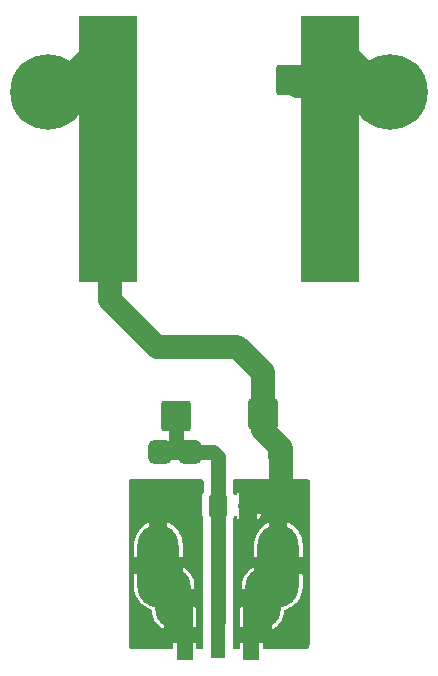
<source format=gbr>
%TF.GenerationSoftware,KiCad,Pcbnew,6.0.2+dfsg-1*%
%TF.CreationDate,2023-08-31T23:38:14+02:00*%
%TF.ProjectId,UnUn_BNC,556e556e-5f42-44e4-932e-6b696361645f,rev?*%
%TF.SameCoordinates,Original*%
%TF.FileFunction,Copper,L2,Bot*%
%TF.FilePolarity,Positive*%
%FSLAX46Y46*%
G04 Gerber Fmt 4.6, Leading zero omitted, Abs format (unit mm)*
G04 Created by KiCad (PCBNEW 6.0.2+dfsg-1) date 2023-08-31 23:38:14*
%MOMM*%
%LPD*%
G01*
G04 APERTURE LIST*
G04 Aperture macros list*
%AMRoundRect*
0 Rectangle with rounded corners*
0 $1 Rounding radius*
0 $2 $3 $4 $5 $6 $7 $8 $9 X,Y pos of 4 corners*
0 Add a 4 corners polygon primitive as box body*
4,1,4,$2,$3,$4,$5,$6,$7,$8,$9,$2,$3,0*
0 Add four circle primitives for the rounded corners*
1,1,$1+$1,$2,$3*
1,1,$1+$1,$4,$5*
1,1,$1+$1,$6,$7*
1,1,$1+$1,$8,$9*
0 Add four rect primitives between the rounded corners*
20,1,$1+$1,$2,$3,$4,$5,0*
20,1,$1+$1,$4,$5,$6,$7,0*
20,1,$1+$1,$6,$7,$8,$9,0*
20,1,$1+$1,$8,$9,$2,$3,0*%
G04 Aperture macros list end*
%TA.AperFunction,ComponentPad*%
%ADD10RoundRect,0.249999X-1.025001X-1.025001X1.025001X-1.025001X1.025001X1.025001X-1.025001X1.025001X0*%
%TD*%
%TA.AperFunction,ComponentPad*%
%ADD11RoundRect,0.250002X-1.699998X-1.699998X1.699998X-1.699998X1.699998X1.699998X-1.699998X1.699998X0*%
%TD*%
%TA.AperFunction,ComponentPad*%
%ADD12O,1.600000X2.500000*%
%TD*%
%TA.AperFunction,ComponentPad*%
%ADD13O,3.500000X7.000000*%
%TD*%
%TA.AperFunction,ComponentPad*%
%ADD14C,0.800000*%
%TD*%
%TA.AperFunction,ComponentPad*%
%ADD15C,6.400000*%
%TD*%
%TA.AperFunction,ComponentPad*%
%ADD16O,3.000000X5.000000*%
%TD*%
%TA.AperFunction,ComponentPad*%
%ADD17RoundRect,0.500000X-0.500000X-0.500000X0.500000X-0.500000X0.500000X0.500000X-0.500000X0.500000X0*%
%TD*%
%TA.AperFunction,SMDPad,CuDef*%
%ADD18R,5.000000X22.500000*%
%TD*%
%TA.AperFunction,SMDPad,CuDef*%
%ADD19R,1.270000X3.600000*%
%TD*%
%TA.AperFunction,SMDPad,CuDef*%
%ADD20R,1.350000X4.200000*%
%TD*%
%TA.AperFunction,ViaPad*%
%ADD21C,0.800000*%
%TD*%
%TA.AperFunction,Conductor*%
%ADD22C,1.300000*%
%TD*%
%TA.AperFunction,Conductor*%
%ADD23C,0.250000*%
%TD*%
%TA.AperFunction,Conductor*%
%ADD24C,2.000000*%
%TD*%
%TA.AperFunction,Conductor*%
%ADD25C,1.700000*%
%TD*%
%TA.AperFunction,Conductor*%
%ADD26C,1.000000*%
%TD*%
G04 APERTURE END LIST*
D10*
%TO.P,U2,1,a*%
%TO.N,GND*%
X121302000Y-79656000D03*
%TO.P,U2,4,b'*%
%TO.N,Net-(C1-Pad1)*%
X113902000Y-79756000D03*
%TO.P,U2,5,x*%
%TO.N,Net-(H1-Pad1)*%
X123698000Y-51308000D03*
%TD*%
D11*
%TO.P,J5,1,Pin_1*%
%TO.N,GND*%
X108204000Y-48260000D03*
%TD*%
D12*
%TO.P,J1,1,In*%
%TO.N,Net-(C1-Pad1)*%
X117525000Y-87375000D03*
D13*
%TO.P,J1,2,Ext*%
%TO.N,GND*%
X122605000Y-92455000D03*
D12*
X120065000Y-87375000D03*
D13*
X112445000Y-92455000D03*
%TD*%
D11*
%TO.P,J3,1,Pin_1*%
%TO.N,Net-(H1-Pad1)*%
X127000000Y-48260000D03*
%TD*%
D14*
%TO.P,REF\u002A\u002A,1*%
%TO.N,N/C*%
X132080000Y-49924000D03*
D15*
X132080000Y-52324000D03*
D14*
X132080000Y-54724000D03*
X133777056Y-50626944D03*
X129680000Y-52324000D03*
X130382944Y-54021056D03*
X130382944Y-50626944D03*
X134480000Y-52324000D03*
X133777056Y-54021056D03*
%TD*%
%TO.P,REF\u002A\u002A,1*%
%TO.N,N/C*%
X103124000Y-49924000D03*
X100724000Y-52324000D03*
X103124000Y-54724000D03*
D15*
%TO.N,GND*%
X103124000Y-52324000D03*
D14*
%TO.N,N/C*%
X105524000Y-52324000D03*
X104821056Y-50626944D03*
X104821056Y-54021056D03*
X101426944Y-50626944D03*
X101426944Y-54021056D03*
%TD*%
D16*
%TO.P,REF\u002A\u002A,2*%
%TO.N,GND*%
X121300000Y-95207500D03*
X113700000Y-95207500D03*
%TD*%
D17*
%TO.P,C1,1*%
%TO.N,Net-(C1-Pad1)*%
X115135000Y-82804000D03*
X112595000Y-82804000D03*
%TO.P,C1,2*%
%TO.N,GND*%
X122755000Y-82804000D03*
%TD*%
D15*
%TO.P,H1,1,1*%
%TO.N,Net-(H1-Pad1)*%
X132080000Y-52324000D03*
%TD*%
D18*
%TO.P,J4,1,Pin_1*%
%TO.N,Net-(H1-Pad1)*%
X127000000Y-57150000D03*
%TD*%
D19*
%TO.P,REF\u002A\u002A,1*%
%TO.N,Net-(C1-Pad1)*%
X117500000Y-98537500D03*
D20*
%TO.P,REF\u002A\u002A,2*%
%TO.N,GND*%
X114675000Y-98337500D03*
X120325000Y-98337500D03*
%TD*%
D18*
%TO.P,J6,1,Pin_1*%
%TO.N,GND*%
X108204000Y-57150000D03*
%TD*%
D21*
%TO.N,GND*%
X114300000Y-87630000D03*
X110490000Y-86360000D03*
X123190000Y-97790000D03*
X119380000Y-91440000D03*
X111760000Y-97790000D03*
X110490000Y-97790000D03*
X124460000Y-86360000D03*
X115570000Y-88900000D03*
X110490000Y-87630000D03*
X119380000Y-92710000D03*
X124460000Y-87630000D03*
X110490000Y-96520000D03*
X115570000Y-90170000D03*
X115570000Y-92710000D03*
X123190000Y-86360000D03*
X113030000Y-87630000D03*
X111760000Y-87630000D03*
X121920000Y-87630000D03*
X115570000Y-86360000D03*
X114300000Y-86360000D03*
X124460000Y-97790000D03*
X115570000Y-87630000D03*
X119380000Y-90170000D03*
X115570000Y-91440000D03*
X113030000Y-86360000D03*
X121920000Y-86360000D03*
X111760000Y-86360000D03*
X123190000Y-87630000D03*
X124460000Y-96520000D03*
%TD*%
D22*
%TO.N,Net-(C1-Pad1)*%
X114004000Y-82804000D02*
X112595000Y-82804000D01*
X113902000Y-79756000D02*
X113902000Y-82702000D01*
X117104000Y-82804000D02*
X117525000Y-83225000D01*
X113902000Y-82702000D02*
X114004000Y-82804000D01*
X117500000Y-97137500D02*
X117500000Y-87400000D01*
D23*
X117500000Y-87400000D02*
X117525000Y-87375000D01*
D22*
X115135000Y-82804000D02*
X114004000Y-82804000D01*
X115135000Y-82804000D02*
X117104000Y-82804000D01*
X117525000Y-83225000D02*
X117525000Y-87375000D01*
%TO.N,GND*%
X107188000Y-48260000D02*
X103124000Y-52324000D01*
X108204000Y-48260000D02*
X108204000Y-57150000D01*
D24*
X108375000Y-69950000D02*
X108375000Y-60225000D01*
X112350000Y-73925000D02*
X108375000Y-69950000D01*
D22*
X108204000Y-48260000D02*
X107188000Y-48260000D01*
D24*
X122800000Y-86500000D02*
X122800000Y-82470000D01*
D22*
X108204000Y-57150000D02*
X108204000Y-66929000D01*
X121275000Y-79050000D02*
X121675000Y-79050000D01*
D25*
X122800000Y-86500000D02*
X120940000Y-86500000D01*
D22*
X121000000Y-78775000D02*
X121275000Y-79050000D01*
D24*
X121302000Y-80972000D02*
X121302000Y-76102000D01*
D22*
X108375000Y-60225000D02*
X108650000Y-59950000D01*
D25*
X120940000Y-86500000D02*
X120065000Y-87375000D01*
D24*
X119125000Y-73925000D02*
X112350000Y-73925000D01*
X122800000Y-82470000D02*
X121302000Y-80972000D01*
X121302000Y-76102000D02*
X119125000Y-73925000D01*
%TO.N,Net-(H1-Pad1)*%
X127000000Y-51816000D02*
X124155200Y-51816000D01*
D22*
X127000000Y-48260000D02*
X128016000Y-48260000D01*
D26*
X127000000Y-51816000D02*
X127000000Y-57150000D01*
D24*
X124155200Y-51816000D02*
X123596400Y-51257200D01*
D26*
X127000000Y-57150000D02*
X127000000Y-53086000D01*
D22*
X127000000Y-48260000D02*
X127000000Y-53086000D01*
D26*
X127000000Y-66929000D02*
X127000000Y-57150000D01*
D22*
X128016000Y-48260000D02*
X132080000Y-52324000D01*
X125526800Y-55676800D02*
X127000000Y-57150000D01*
%TD*%
%TA.AperFunction,Conductor*%
%TO.N,GND*%
G36*
X116216621Y-85165002D02*
G01*
X116263114Y-85218658D01*
X116274500Y-85271000D01*
X116274500Y-86257394D01*
X116258002Y-86319726D01*
X116249061Y-86335433D01*
X116167966Y-86558844D01*
X116167017Y-86564092D01*
X116156722Y-86621027D01*
X116125674Y-86792725D01*
X116124500Y-86817619D01*
X116124500Y-87884680D01*
X116139531Y-88061823D01*
X116140869Y-88066978D01*
X116140870Y-88066984D01*
X116173099Y-88191156D01*
X116199240Y-88291874D01*
X116220271Y-88338560D01*
X116238382Y-88378766D01*
X116249500Y-88430517D01*
X116249500Y-97194130D01*
X116249749Y-97196917D01*
X116249749Y-97196923D01*
X116264001Y-97356612D01*
X116264500Y-97367813D01*
X116264501Y-99417000D01*
X116244499Y-99485121D01*
X116190843Y-99531614D01*
X116138501Y-99543000D01*
X115776000Y-99543000D01*
X115707879Y-99522998D01*
X115661386Y-99469342D01*
X115650000Y-99417000D01*
X115650000Y-99030615D01*
X115645525Y-99015376D01*
X115644135Y-99014171D01*
X115636452Y-99012500D01*
X113718115Y-99012500D01*
X113702876Y-99016975D01*
X113701671Y-99018365D01*
X113700000Y-99026048D01*
X113700000Y-99417000D01*
X113679998Y-99485121D01*
X113626342Y-99531614D01*
X113574000Y-99543000D01*
X110145060Y-99543000D01*
X110076939Y-99522998D01*
X110039559Y-99485888D01*
X110014267Y-99447154D01*
X110001975Y-99422997D01*
X109962944Y-99320214D01*
X109956103Y-99293985D01*
X109950523Y-99256395D01*
X109943364Y-99208166D01*
X109942800Y-99188017D01*
X109942705Y-99188021D01*
X109942378Y-99179768D01*
X109943131Y-99171545D01*
X109940436Y-99155893D01*
X109938611Y-99134151D01*
X109938964Y-99014171D01*
X109952890Y-94274395D01*
X110395000Y-94274395D01*
X110395153Y-94278780D01*
X110409686Y-94486617D01*
X110410906Y-94495298D01*
X110468687Y-94767135D01*
X110471106Y-94775572D01*
X110566155Y-95036713D01*
X110569726Y-95044733D01*
X110700186Y-95290095D01*
X110704845Y-95297551D01*
X110868185Y-95522369D01*
X110873832Y-95529099D01*
X111066879Y-95729005D01*
X111073401Y-95734877D01*
X111292389Y-95905969D01*
X111299662Y-95910875D01*
X111540333Y-96049826D01*
X111548225Y-96053675D01*
X111805893Y-96157780D01*
X111813100Y-96160122D01*
X111871707Y-96200193D01*
X111899346Y-96265589D01*
X111900081Y-96275284D01*
X111900171Y-96277723D01*
X111914434Y-96469651D01*
X111915811Y-96478857D01*
X111972794Y-96730688D01*
X111975518Y-96739599D01*
X112069098Y-96980240D01*
X112073109Y-96988649D01*
X112201229Y-97212811D01*
X112206440Y-97220537D01*
X112366289Y-97423304D01*
X112372582Y-97430172D01*
X112560646Y-97607086D01*
X112567880Y-97612944D01*
X112780037Y-97760123D01*
X112788053Y-97764845D01*
X112933752Y-97836696D01*
X112947645Y-97839117D01*
X112949808Y-97835962D01*
X112950000Y-97834755D01*
X112950000Y-97644385D01*
X115350000Y-97644385D01*
X115354475Y-97659624D01*
X115355865Y-97660829D01*
X115363548Y-97662500D01*
X115631885Y-97662500D01*
X115647124Y-97658025D01*
X115648329Y-97656635D01*
X115650000Y-97648952D01*
X115650000Y-96196660D01*
X115649558Y-96189214D01*
X115648006Y-96176164D01*
X115643048Y-96158126D01*
X115606245Y-96075269D01*
X115593287Y-96056415D01*
X115522426Y-95985678D01*
X115524572Y-95983528D01*
X115524498Y-95983436D01*
X115523486Y-95984604D01*
X115494135Y-95959171D01*
X115486452Y-95957500D01*
X115368115Y-95957500D01*
X115352876Y-95961975D01*
X115351671Y-95963365D01*
X115350000Y-95971048D01*
X115350000Y-97644385D01*
X112950000Y-97644385D01*
X112950000Y-95975615D01*
X112945525Y-95960376D01*
X112944135Y-95959171D01*
X112936452Y-95957500D01*
X111986000Y-95957500D01*
X111917879Y-95937498D01*
X111871386Y-95883842D01*
X111860000Y-95831500D01*
X111860000Y-94583500D01*
X111880002Y-94515379D01*
X111933658Y-94468886D01*
X111986000Y-94457500D01*
X112931885Y-94457500D01*
X112947124Y-94453025D01*
X112948329Y-94451635D01*
X112950000Y-94443952D01*
X112950000Y-94439385D01*
X114450000Y-94439385D01*
X114454475Y-94454624D01*
X114455865Y-94455829D01*
X114463548Y-94457500D01*
X115481885Y-94457500D01*
X115497124Y-94453025D01*
X115498329Y-94451635D01*
X115500000Y-94443952D01*
X115500000Y-94141929D01*
X115499827Y-94137254D01*
X115485566Y-93945349D01*
X115484189Y-93936143D01*
X115427206Y-93684312D01*
X115424482Y-93675401D01*
X115330902Y-93434760D01*
X115326891Y-93426351D01*
X115198771Y-93202189D01*
X115193560Y-93194463D01*
X115033711Y-92991696D01*
X115027418Y-92984828D01*
X114839354Y-92807914D01*
X114832120Y-92802056D01*
X114619966Y-92654880D01*
X114611940Y-92650152D01*
X114551248Y-92620223D01*
X114537355Y-92617801D01*
X114535192Y-92620957D01*
X114535000Y-92622163D01*
X114535000Y-93091039D01*
X114514998Y-93159160D01*
X114461342Y-93205653D01*
X114453726Y-93208493D01*
X114451671Y-93210865D01*
X114450000Y-93218548D01*
X114450000Y-94439385D01*
X112950000Y-94439385D01*
X112950000Y-93223115D01*
X112945525Y-93207876D01*
X112944135Y-93206671D01*
X112936452Y-93205000D01*
X110413115Y-93205000D01*
X110397876Y-93209475D01*
X110396671Y-93210865D01*
X110395000Y-93218548D01*
X110395000Y-94274395D01*
X109952890Y-94274395D01*
X109960493Y-91686885D01*
X110395000Y-91686885D01*
X110399475Y-91702124D01*
X110400865Y-91703329D01*
X110408548Y-91705000D01*
X111676885Y-91705000D01*
X111692124Y-91700525D01*
X111693329Y-91699135D01*
X111695000Y-91691452D01*
X111695000Y-91686885D01*
X113195000Y-91686885D01*
X113199475Y-91702124D01*
X113200865Y-91703329D01*
X113208548Y-91705000D01*
X114476885Y-91705000D01*
X114492124Y-91700525D01*
X114493329Y-91699135D01*
X114495000Y-91691452D01*
X114495000Y-90635605D01*
X114494847Y-90631220D01*
X114480314Y-90423383D01*
X114479094Y-90414702D01*
X114421313Y-90142865D01*
X114418894Y-90134428D01*
X114323845Y-89873287D01*
X114320274Y-89865267D01*
X114189814Y-89619905D01*
X114185155Y-89612449D01*
X114021815Y-89387631D01*
X114016168Y-89380901D01*
X113823121Y-89180995D01*
X113816599Y-89175123D01*
X113597611Y-89004031D01*
X113590338Y-88999125D01*
X113349667Y-88860174D01*
X113341775Y-88856325D01*
X113211798Y-88803810D01*
X113197763Y-88802425D01*
X113195000Y-88807176D01*
X113195000Y-91686885D01*
X111695000Y-91686885D01*
X111695000Y-88811307D01*
X111691027Y-88797776D01*
X111684001Y-88796766D01*
X111679368Y-88798271D01*
X111671227Y-88801560D01*
X111421449Y-88923386D01*
X111413852Y-88927772D01*
X111183458Y-89083174D01*
X111176541Y-89088578D01*
X110970026Y-89274525D01*
X110963923Y-89280845D01*
X110785293Y-89493727D01*
X110780133Y-89500830D01*
X110632864Y-89736509D01*
X110628752Y-89744243D01*
X110515713Y-89998133D01*
X110512714Y-90006374D01*
X110436113Y-90273513D01*
X110434289Y-90282093D01*
X110395612Y-90557298D01*
X110395000Y-90566047D01*
X110395000Y-91686885D01*
X109960493Y-91686885D01*
X109979345Y-85270629D01*
X109999547Y-85202568D01*
X110053339Y-85156233D01*
X110105344Y-85145000D01*
X116148500Y-85145000D01*
X116216621Y-85165002D01*
G37*
%TD.AperFunction*%
%TA.AperFunction,Conductor*%
G36*
X125206476Y-85165002D02*
G01*
X125252969Y-85218658D01*
X125264355Y-85270949D01*
X125269917Y-99016975D01*
X125269918Y-99020550D01*
X125266244Y-99050805D01*
X125241945Y-99149209D01*
X125235197Y-99169177D01*
X125180422Y-99295320D01*
X125170435Y-99313890D01*
X125118414Y-99393769D01*
X125095383Y-99429134D01*
X125082440Y-99445775D01*
X125030225Y-99502410D01*
X124969347Y-99538933D01*
X124937591Y-99543000D01*
X121426000Y-99543000D01*
X121357879Y-99522998D01*
X121311386Y-99469342D01*
X121300000Y-99417000D01*
X121300000Y-99030615D01*
X121295525Y-99015376D01*
X121294135Y-99014171D01*
X121286452Y-99012500D01*
X119368115Y-99012500D01*
X119352876Y-99016975D01*
X119351671Y-99018365D01*
X119350000Y-99026048D01*
X119350000Y-99417000D01*
X119329998Y-99485121D01*
X119276342Y-99531614D01*
X119224000Y-99543000D01*
X118861500Y-99543000D01*
X118793379Y-99522998D01*
X118746886Y-99469342D01*
X118735500Y-99417000D01*
X118735499Y-97825788D01*
X122050000Y-97825788D01*
X122053973Y-97839319D01*
X122058525Y-97839973D01*
X122170858Y-97788187D01*
X122179013Y-97783667D01*
X122394930Y-97642106D01*
X122402335Y-97636423D01*
X122594950Y-97464508D01*
X122601435Y-97457792D01*
X122766527Y-97259291D01*
X122771942Y-97251699D01*
X122905881Y-97030975D01*
X122910119Y-97022658D01*
X123009960Y-96784565D01*
X123012921Y-96775715D01*
X123076471Y-96525482D01*
X123078093Y-96516285D01*
X123099684Y-96301864D01*
X123100000Y-96295572D01*
X123100000Y-96291207D01*
X123120002Y-96223086D01*
X123173658Y-96176593D01*
X123187063Y-96171374D01*
X123370633Y-96111728D01*
X123378777Y-96108438D01*
X123628551Y-95986614D01*
X123636148Y-95982228D01*
X123866542Y-95826826D01*
X123873459Y-95821422D01*
X124079974Y-95635475D01*
X124086077Y-95629155D01*
X124264707Y-95416273D01*
X124269867Y-95409170D01*
X124417136Y-95173491D01*
X124421248Y-95165757D01*
X124534287Y-94911867D01*
X124537286Y-94903626D01*
X124613887Y-94636487D01*
X124615711Y-94627907D01*
X124654388Y-94352702D01*
X124655000Y-94343953D01*
X124655000Y-93223115D01*
X124650525Y-93207876D01*
X124649135Y-93206671D01*
X124641452Y-93205000D01*
X122068115Y-93205000D01*
X122052876Y-93209475D01*
X122051671Y-93210865D01*
X122050000Y-93218548D01*
X122050000Y-94439385D01*
X122054475Y-94454624D01*
X122055865Y-94455829D01*
X122063548Y-94457500D01*
X123014000Y-94457500D01*
X123082121Y-94477502D01*
X123128614Y-94531158D01*
X123140000Y-94583500D01*
X123140000Y-95831500D01*
X123119998Y-95899621D01*
X123066342Y-95946114D01*
X123014000Y-95957500D01*
X122068115Y-95957500D01*
X122052876Y-95961975D01*
X122051671Y-95963365D01*
X122050000Y-95971048D01*
X122050000Y-97825788D01*
X118735499Y-97825788D01*
X118735499Y-97644385D01*
X119350000Y-97644385D01*
X119354475Y-97659624D01*
X119355865Y-97660829D01*
X119363548Y-97662500D01*
X119631885Y-97662500D01*
X119647124Y-97658025D01*
X119648329Y-97656635D01*
X119650000Y-97648952D01*
X119650000Y-95975615D01*
X119645525Y-95960376D01*
X119644135Y-95959171D01*
X119636452Y-95957500D01*
X119518115Y-95957500D01*
X119502876Y-95961975D01*
X119494378Y-95971782D01*
X119470518Y-95993111D01*
X119468917Y-95994211D01*
X119406396Y-96056842D01*
X119393475Y-96075712D01*
X119356820Y-96158625D01*
X119351892Y-96176702D01*
X119350424Y-96189287D01*
X119350000Y-96196588D01*
X119350000Y-97644385D01*
X118735499Y-97644385D01*
X118735499Y-97351380D01*
X118738117Y-97325828D01*
X118746296Y-97286333D01*
X118747233Y-97281810D01*
X118747499Y-97277198D01*
X118750395Y-97226974D01*
X118750395Y-97226970D01*
X118750500Y-97225151D01*
X118750500Y-94439385D01*
X119500000Y-94439385D01*
X119504475Y-94454624D01*
X119505865Y-94455829D01*
X119513548Y-94457500D01*
X120531885Y-94457500D01*
X120547124Y-94453025D01*
X120548329Y-94451635D01*
X120550000Y-94443952D01*
X120550000Y-93223115D01*
X120540693Y-93191419D01*
X120520104Y-93159381D01*
X120515000Y-93123883D01*
X120515000Y-92605346D01*
X120511027Y-92591815D01*
X120506476Y-92591161D01*
X120429139Y-92626814D01*
X120420987Y-92631333D01*
X120205070Y-92772894D01*
X120197665Y-92778577D01*
X120005050Y-92950492D01*
X119998565Y-92957208D01*
X119833473Y-93155709D01*
X119828058Y-93163301D01*
X119694119Y-93384025D01*
X119689881Y-93392342D01*
X119590040Y-93630435D01*
X119587079Y-93639285D01*
X119523529Y-93889518D01*
X119521907Y-93898715D01*
X119500316Y-94113136D01*
X119500000Y-94119428D01*
X119500000Y-94439385D01*
X118750500Y-94439385D01*
X118750500Y-91686885D01*
X120555000Y-91686885D01*
X120559475Y-91702124D01*
X120560865Y-91703329D01*
X120568548Y-91705000D01*
X121836885Y-91705000D01*
X121852124Y-91700525D01*
X121853329Y-91699135D01*
X121855000Y-91691452D01*
X121855000Y-91686885D01*
X123355000Y-91686885D01*
X123359475Y-91702124D01*
X123360865Y-91703329D01*
X123368548Y-91705000D01*
X124636885Y-91705000D01*
X124652124Y-91700525D01*
X124653329Y-91699135D01*
X124655000Y-91691452D01*
X124655000Y-90635605D01*
X124654847Y-90631220D01*
X124640314Y-90423383D01*
X124639094Y-90414702D01*
X124581313Y-90142865D01*
X124578894Y-90134428D01*
X124483845Y-89873287D01*
X124480274Y-89865267D01*
X124349814Y-89619905D01*
X124345155Y-89612449D01*
X124181815Y-89387631D01*
X124176168Y-89380901D01*
X123983121Y-89180995D01*
X123976599Y-89175123D01*
X123757611Y-89004031D01*
X123750338Y-88999125D01*
X123509667Y-88860174D01*
X123501775Y-88856325D01*
X123371798Y-88803810D01*
X123357763Y-88802425D01*
X123355000Y-88807176D01*
X123355000Y-91686885D01*
X121855000Y-91686885D01*
X121855000Y-88811307D01*
X121851027Y-88797776D01*
X121844001Y-88796766D01*
X121839368Y-88798271D01*
X121831227Y-88801560D01*
X121581449Y-88923386D01*
X121573852Y-88927772D01*
X121343458Y-89083174D01*
X121336541Y-89088578D01*
X121130026Y-89274525D01*
X121123923Y-89280845D01*
X120945293Y-89493727D01*
X120940133Y-89500830D01*
X120792864Y-89736509D01*
X120788752Y-89744243D01*
X120675713Y-89998133D01*
X120672714Y-90006374D01*
X120596113Y-90273513D01*
X120594289Y-90282093D01*
X120555612Y-90557298D01*
X120555000Y-90566047D01*
X120555000Y-91686885D01*
X118750500Y-91686885D01*
X118750500Y-88536525D01*
X118766998Y-88474193D01*
X118798302Y-88419199D01*
X118800939Y-88414567D01*
X118839118Y-88309387D01*
X118881163Y-88252179D01*
X118947462Y-88226784D01*
X119016967Y-88241264D01*
X119069573Y-88294687D01*
X119132381Y-88416637D01*
X119138831Y-88426683D01*
X119261081Y-88582314D01*
X119269318Y-88590964D01*
X119301317Y-88618731D01*
X119311754Y-88623507D01*
X119314505Y-88614152D01*
X120815000Y-88614152D01*
X120818237Y-88625177D01*
X120824544Y-88622297D01*
X120928036Y-88514188D01*
X120935432Y-88504823D01*
X121042787Y-88338560D01*
X121048283Y-88327957D01*
X121122259Y-88144400D01*
X121123494Y-88140231D01*
X121122526Y-88129832D01*
X121107474Y-88125000D01*
X120833115Y-88125000D01*
X120817876Y-88129475D01*
X120816671Y-88130865D01*
X120815000Y-88138548D01*
X120815000Y-88614152D01*
X119314505Y-88614152D01*
X119315000Y-88612467D01*
X119315000Y-86606885D01*
X120815000Y-86606885D01*
X120819475Y-86622124D01*
X120820865Y-86623329D01*
X120828548Y-86625000D01*
X121105243Y-86625000D01*
X121118774Y-86621027D01*
X121119898Y-86613206D01*
X121092669Y-86520390D01*
X121088234Y-86509303D01*
X120997619Y-86333363D01*
X120991169Y-86323317D01*
X120868919Y-86167686D01*
X120860682Y-86159036D01*
X120828683Y-86131269D01*
X120818246Y-86126493D01*
X120815000Y-86137533D01*
X120815000Y-86606885D01*
X119315000Y-86606885D01*
X119315000Y-86135848D01*
X119311763Y-86124823D01*
X119305456Y-86127703D01*
X119201964Y-86235812D01*
X119194568Y-86245177D01*
X119087213Y-86411440D01*
X119081722Y-86422034D01*
X119075406Y-86437705D01*
X119031390Y-86493411D01*
X118964245Y-86516478D01*
X118895289Y-86499581D01*
X118843657Y-86442358D01*
X118786618Y-86315736D01*
X118775500Y-86263985D01*
X118775500Y-85271000D01*
X118795502Y-85202879D01*
X118849158Y-85156386D01*
X118901500Y-85145000D01*
X125138355Y-85145000D01*
X125206476Y-85165002D01*
G37*
%TD.AperFunction*%
%TD*%
M02*

</source>
